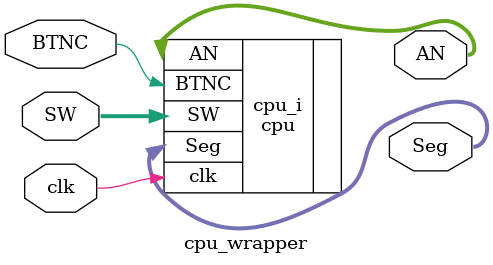
<source format=v>
`timescale 1 ps / 1 ps

module cpu_wrapper
   (AN,
    BTNC,
    SW,
    Seg,
    clk);
  output [7:0]AN;
  input BTNC;
  input [15:0]SW;
  output [6:0]Seg;
  input clk;

  wire [7:0]AN;
  wire BTNC;
  wire [15:0]SW;
  wire [6:0]Seg;
  wire clk;

  cpu cpu_i
       (.AN(AN),
        .BTNC(BTNC),
        .SW(SW),
        .Seg(Seg),
        .clk(clk));
endmodule

</source>
